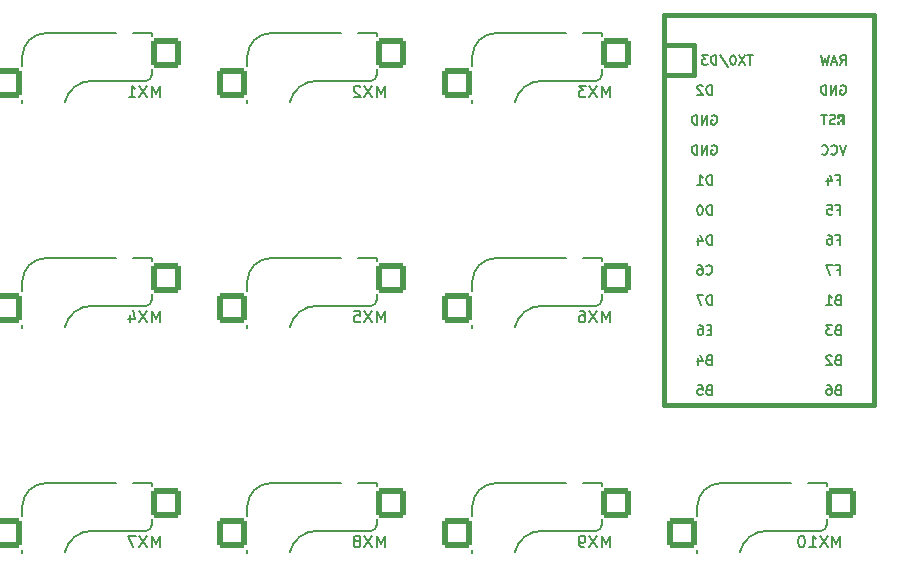
<source format=gbo>
%TF.GenerationSoftware,KiCad,Pcbnew,7.0.5*%
%TF.CreationDate,2023-06-14T14:40:25+08:00*%
%TF.ProjectId,Macropad,4d616372-6f70-4616-942e-6b696361645f,rev?*%
%TF.SameCoordinates,Original*%
%TF.FileFunction,Legend,Bot*%
%TF.FilePolarity,Positive*%
%FSLAX46Y46*%
G04 Gerber Fmt 4.6, Leading zero omitted, Abs format (unit mm)*
G04 Created by KiCad (PCBNEW 7.0.5) date 2023-06-14 14:40:25*
%MOMM*%
%LPD*%
G01*
G04 APERTURE LIST*
G04 Aperture macros list*
%AMRoundRect*
0 Rectangle with rounded corners*
0 $1 Rounding radius*
0 $2 $3 $4 $5 $6 $7 $8 $9 X,Y pos of 4 corners*
0 Add a 4 corners polygon primitive as box body*
4,1,4,$2,$3,$4,$5,$6,$7,$8,$9,$2,$3,0*
0 Add four circle primitives for the rounded corners*
1,1,$1+$1,$2,$3*
1,1,$1+$1,$4,$5*
1,1,$1+$1,$6,$7*
1,1,$1+$1,$8,$9*
0 Add four rect primitives between the rounded corners*
20,1,$1+$1,$2,$3,$4,$5,0*
20,1,$1+$1,$4,$5,$6,$7,0*
20,1,$1+$1,$6,$7,$8,$9,0*
20,1,$1+$1,$8,$9,$2,$3,0*%
G04 Aperture macros list end*
%ADD10C,0.150000*%
%ADD11C,0.381000*%
%ADD12R,1.752600X1.752600*%
%ADD13C,1.752600*%
%ADD14C,1.750000*%
%ADD15C,3.987800*%
%ADD16C,3.300000*%
%ADD17RoundRect,0.250000X1.025000X1.000000X-1.025000X1.000000X-1.025000X-1.000000X1.025000X-1.000000X0*%
G04 APERTURE END LIST*
D10*
%TO.C,U1*%
X231438380Y-61004795D02*
X231705047Y-60623842D01*
X231895523Y-61004795D02*
X231895523Y-60204795D01*
X231895523Y-60204795D02*
X231590761Y-60204795D01*
X231590761Y-60204795D02*
X231514571Y-60242890D01*
X231514571Y-60242890D02*
X231476476Y-60280985D01*
X231476476Y-60280985D02*
X231438380Y-60357176D01*
X231438380Y-60357176D02*
X231438380Y-60471461D01*
X231438380Y-60471461D02*
X231476476Y-60547652D01*
X231476476Y-60547652D02*
X231514571Y-60585747D01*
X231514571Y-60585747D02*
X231590761Y-60623842D01*
X231590761Y-60623842D02*
X231895523Y-60623842D01*
X231133619Y-60776223D02*
X230752666Y-60776223D01*
X231209809Y-61004795D02*
X230943142Y-60204795D01*
X230943142Y-60204795D02*
X230676476Y-61004795D01*
X230486000Y-60204795D02*
X230295524Y-61004795D01*
X230295524Y-61004795D02*
X230143143Y-60433366D01*
X230143143Y-60433366D02*
X229990762Y-61004795D01*
X229990762Y-61004795D02*
X229800286Y-60204795D01*
X220554475Y-63544795D02*
X220554475Y-62744795D01*
X220554475Y-62744795D02*
X220363999Y-62744795D01*
X220363999Y-62744795D02*
X220249713Y-62782890D01*
X220249713Y-62782890D02*
X220173523Y-62859080D01*
X220173523Y-62859080D02*
X220135428Y-62935271D01*
X220135428Y-62935271D02*
X220097332Y-63087652D01*
X220097332Y-63087652D02*
X220097332Y-63201938D01*
X220097332Y-63201938D02*
X220135428Y-63354319D01*
X220135428Y-63354319D02*
X220173523Y-63430509D01*
X220173523Y-63430509D02*
X220249713Y-63506700D01*
X220249713Y-63506700D02*
X220363999Y-63544795D01*
X220363999Y-63544795D02*
X220554475Y-63544795D01*
X219792571Y-62820985D02*
X219754475Y-62782890D01*
X219754475Y-62782890D02*
X219678285Y-62744795D01*
X219678285Y-62744795D02*
X219487809Y-62744795D01*
X219487809Y-62744795D02*
X219411618Y-62782890D01*
X219411618Y-62782890D02*
X219373523Y-62820985D01*
X219373523Y-62820985D02*
X219335428Y-62897176D01*
X219335428Y-62897176D02*
X219335428Y-62973366D01*
X219335428Y-62973366D02*
X219373523Y-63087652D01*
X219373523Y-63087652D02*
X219830666Y-63544795D01*
X219830666Y-63544795D02*
X219335428Y-63544795D01*
X231952666Y-67824795D02*
X231685999Y-68624795D01*
X231685999Y-68624795D02*
X231419333Y-67824795D01*
X230695523Y-68548604D02*
X230733619Y-68586700D01*
X230733619Y-68586700D02*
X230847904Y-68624795D01*
X230847904Y-68624795D02*
X230924095Y-68624795D01*
X230924095Y-68624795D02*
X231038381Y-68586700D01*
X231038381Y-68586700D02*
X231114571Y-68510509D01*
X231114571Y-68510509D02*
X231152666Y-68434319D01*
X231152666Y-68434319D02*
X231190762Y-68281938D01*
X231190762Y-68281938D02*
X231190762Y-68167652D01*
X231190762Y-68167652D02*
X231152666Y-68015271D01*
X231152666Y-68015271D02*
X231114571Y-67939080D01*
X231114571Y-67939080D02*
X231038381Y-67862890D01*
X231038381Y-67862890D02*
X230924095Y-67824795D01*
X230924095Y-67824795D02*
X230847904Y-67824795D01*
X230847904Y-67824795D02*
X230733619Y-67862890D01*
X230733619Y-67862890D02*
X230695523Y-67900985D01*
X229895523Y-68548604D02*
X229933619Y-68586700D01*
X229933619Y-68586700D02*
X230047904Y-68624795D01*
X230047904Y-68624795D02*
X230124095Y-68624795D01*
X230124095Y-68624795D02*
X230238381Y-68586700D01*
X230238381Y-68586700D02*
X230314571Y-68510509D01*
X230314571Y-68510509D02*
X230352666Y-68434319D01*
X230352666Y-68434319D02*
X230390762Y-68281938D01*
X230390762Y-68281938D02*
X230390762Y-68167652D01*
X230390762Y-68167652D02*
X230352666Y-68015271D01*
X230352666Y-68015271D02*
X230314571Y-67939080D01*
X230314571Y-67939080D02*
X230238381Y-67862890D01*
X230238381Y-67862890D02*
X230124095Y-67824795D01*
X230124095Y-67824795D02*
X230047904Y-67824795D01*
X230047904Y-67824795D02*
X229933619Y-67862890D01*
X229933619Y-67862890D02*
X229895523Y-67900985D01*
X231209809Y-88525747D02*
X231095523Y-88563842D01*
X231095523Y-88563842D02*
X231057428Y-88601938D01*
X231057428Y-88601938D02*
X231019332Y-88678128D01*
X231019332Y-88678128D02*
X231019332Y-88792414D01*
X231019332Y-88792414D02*
X231057428Y-88868604D01*
X231057428Y-88868604D02*
X231095523Y-88906700D01*
X231095523Y-88906700D02*
X231171713Y-88944795D01*
X231171713Y-88944795D02*
X231476475Y-88944795D01*
X231476475Y-88944795D02*
X231476475Y-88144795D01*
X231476475Y-88144795D02*
X231209809Y-88144795D01*
X231209809Y-88144795D02*
X231133618Y-88182890D01*
X231133618Y-88182890D02*
X231095523Y-88220985D01*
X231095523Y-88220985D02*
X231057428Y-88297176D01*
X231057428Y-88297176D02*
X231057428Y-88373366D01*
X231057428Y-88373366D02*
X231095523Y-88449557D01*
X231095523Y-88449557D02*
X231133618Y-88487652D01*
X231133618Y-88487652D02*
X231209809Y-88525747D01*
X231209809Y-88525747D02*
X231476475Y-88525747D01*
X230333618Y-88144795D02*
X230485999Y-88144795D01*
X230485999Y-88144795D02*
X230562190Y-88182890D01*
X230562190Y-88182890D02*
X230600285Y-88220985D01*
X230600285Y-88220985D02*
X230676475Y-88335271D01*
X230676475Y-88335271D02*
X230714571Y-88487652D01*
X230714571Y-88487652D02*
X230714571Y-88792414D01*
X230714571Y-88792414D02*
X230676475Y-88868604D01*
X230676475Y-88868604D02*
X230638380Y-88906700D01*
X230638380Y-88906700D02*
X230562190Y-88944795D01*
X230562190Y-88944795D02*
X230409809Y-88944795D01*
X230409809Y-88944795D02*
X230333618Y-88906700D01*
X230333618Y-88906700D02*
X230295523Y-88868604D01*
X230295523Y-88868604D02*
X230257428Y-88792414D01*
X230257428Y-88792414D02*
X230257428Y-88601938D01*
X230257428Y-88601938D02*
X230295523Y-88525747D01*
X230295523Y-88525747D02*
X230333618Y-88487652D01*
X230333618Y-88487652D02*
X230409809Y-88449557D01*
X230409809Y-88449557D02*
X230562190Y-88449557D01*
X230562190Y-88449557D02*
X230638380Y-88487652D01*
X230638380Y-88487652D02*
X230676475Y-88525747D01*
X230676475Y-88525747D02*
X230714571Y-88601938D01*
X220573523Y-65322890D02*
X220649713Y-65284795D01*
X220649713Y-65284795D02*
X220763999Y-65284795D01*
X220763999Y-65284795D02*
X220878285Y-65322890D01*
X220878285Y-65322890D02*
X220954475Y-65399080D01*
X220954475Y-65399080D02*
X220992570Y-65475271D01*
X220992570Y-65475271D02*
X221030666Y-65627652D01*
X221030666Y-65627652D02*
X221030666Y-65741938D01*
X221030666Y-65741938D02*
X220992570Y-65894319D01*
X220992570Y-65894319D02*
X220954475Y-65970509D01*
X220954475Y-65970509D02*
X220878285Y-66046700D01*
X220878285Y-66046700D02*
X220763999Y-66084795D01*
X220763999Y-66084795D02*
X220687808Y-66084795D01*
X220687808Y-66084795D02*
X220573523Y-66046700D01*
X220573523Y-66046700D02*
X220535427Y-66008604D01*
X220535427Y-66008604D02*
X220535427Y-65741938D01*
X220535427Y-65741938D02*
X220687808Y-65741938D01*
X220192570Y-66084795D02*
X220192570Y-65284795D01*
X220192570Y-65284795D02*
X219735427Y-66084795D01*
X219735427Y-66084795D02*
X219735427Y-65284795D01*
X219354475Y-66084795D02*
X219354475Y-65284795D01*
X219354475Y-65284795D02*
X219163999Y-65284795D01*
X219163999Y-65284795D02*
X219049713Y-65322890D01*
X219049713Y-65322890D02*
X218973523Y-65399080D01*
X218973523Y-65399080D02*
X218935428Y-65475271D01*
X218935428Y-65475271D02*
X218897332Y-65627652D01*
X218897332Y-65627652D02*
X218897332Y-65741938D01*
X218897332Y-65741938D02*
X218935428Y-65894319D01*
X218935428Y-65894319D02*
X218973523Y-65970509D01*
X218973523Y-65970509D02*
X219049713Y-66046700D01*
X219049713Y-66046700D02*
X219163999Y-66084795D01*
X219163999Y-66084795D02*
X219354475Y-66084795D01*
X220573523Y-67862890D02*
X220649713Y-67824795D01*
X220649713Y-67824795D02*
X220763999Y-67824795D01*
X220763999Y-67824795D02*
X220878285Y-67862890D01*
X220878285Y-67862890D02*
X220954475Y-67939080D01*
X220954475Y-67939080D02*
X220992570Y-68015271D01*
X220992570Y-68015271D02*
X221030666Y-68167652D01*
X221030666Y-68167652D02*
X221030666Y-68281938D01*
X221030666Y-68281938D02*
X220992570Y-68434319D01*
X220992570Y-68434319D02*
X220954475Y-68510509D01*
X220954475Y-68510509D02*
X220878285Y-68586700D01*
X220878285Y-68586700D02*
X220763999Y-68624795D01*
X220763999Y-68624795D02*
X220687808Y-68624795D01*
X220687808Y-68624795D02*
X220573523Y-68586700D01*
X220573523Y-68586700D02*
X220535427Y-68548604D01*
X220535427Y-68548604D02*
X220535427Y-68281938D01*
X220535427Y-68281938D02*
X220687808Y-68281938D01*
X220192570Y-68624795D02*
X220192570Y-67824795D01*
X220192570Y-67824795D02*
X219735427Y-68624795D01*
X219735427Y-68624795D02*
X219735427Y-67824795D01*
X219354475Y-68624795D02*
X219354475Y-67824795D01*
X219354475Y-67824795D02*
X219163999Y-67824795D01*
X219163999Y-67824795D02*
X219049713Y-67862890D01*
X219049713Y-67862890D02*
X218973523Y-67939080D01*
X218973523Y-67939080D02*
X218935428Y-68015271D01*
X218935428Y-68015271D02*
X218897332Y-68167652D01*
X218897332Y-68167652D02*
X218897332Y-68281938D01*
X218897332Y-68281938D02*
X218935428Y-68434319D01*
X218935428Y-68434319D02*
X218973523Y-68510509D01*
X218973523Y-68510509D02*
X219049713Y-68586700D01*
X219049713Y-68586700D02*
X219163999Y-68624795D01*
X219163999Y-68624795D02*
X219354475Y-68624795D01*
X224043604Y-60204795D02*
X223586461Y-60204795D01*
X223815033Y-61004795D02*
X223815033Y-60204795D01*
X223395985Y-60204795D02*
X222862651Y-61004795D01*
X222862651Y-60204795D02*
X223395985Y-61004795D01*
X222405508Y-60204795D02*
X222329318Y-60204795D01*
X222329318Y-60204795D02*
X222253127Y-60242890D01*
X222253127Y-60242890D02*
X222215032Y-60280985D01*
X222215032Y-60280985D02*
X222176937Y-60357176D01*
X222176937Y-60357176D02*
X222138842Y-60509557D01*
X222138842Y-60509557D02*
X222138842Y-60700033D01*
X222138842Y-60700033D02*
X222176937Y-60852414D01*
X222176937Y-60852414D02*
X222215032Y-60928604D01*
X222215032Y-60928604D02*
X222253127Y-60966700D01*
X222253127Y-60966700D02*
X222329318Y-61004795D01*
X222329318Y-61004795D02*
X222405508Y-61004795D01*
X222405508Y-61004795D02*
X222481699Y-60966700D01*
X222481699Y-60966700D02*
X222519794Y-60928604D01*
X222519794Y-60928604D02*
X222557889Y-60852414D01*
X222557889Y-60852414D02*
X222595985Y-60700033D01*
X222595985Y-60700033D02*
X222595985Y-60509557D01*
X222595985Y-60509557D02*
X222557889Y-60357176D01*
X222557889Y-60357176D02*
X222519794Y-60280985D01*
X222519794Y-60280985D02*
X222481699Y-60242890D01*
X222481699Y-60242890D02*
X222405508Y-60204795D01*
X221224556Y-60166700D02*
X221910270Y-61195271D01*
X220957889Y-61004795D02*
X220957889Y-60204795D01*
X220957889Y-60204795D02*
X220767413Y-60204795D01*
X220767413Y-60204795D02*
X220653127Y-60242890D01*
X220653127Y-60242890D02*
X220576937Y-60319080D01*
X220576937Y-60319080D02*
X220538842Y-60395271D01*
X220538842Y-60395271D02*
X220500746Y-60547652D01*
X220500746Y-60547652D02*
X220500746Y-60661938D01*
X220500746Y-60661938D02*
X220538842Y-60814319D01*
X220538842Y-60814319D02*
X220576937Y-60890509D01*
X220576937Y-60890509D02*
X220653127Y-60966700D01*
X220653127Y-60966700D02*
X220767413Y-61004795D01*
X220767413Y-61004795D02*
X220957889Y-61004795D01*
X220234080Y-60204795D02*
X219738842Y-60204795D01*
X219738842Y-60204795D02*
X220005508Y-60509557D01*
X220005508Y-60509557D02*
X219891223Y-60509557D01*
X219891223Y-60509557D02*
X219815032Y-60547652D01*
X219815032Y-60547652D02*
X219776937Y-60585747D01*
X219776937Y-60585747D02*
X219738842Y-60661938D01*
X219738842Y-60661938D02*
X219738842Y-60852414D01*
X219738842Y-60852414D02*
X219776937Y-60928604D01*
X219776937Y-60928604D02*
X219815032Y-60966700D01*
X219815032Y-60966700D02*
X219891223Y-61004795D01*
X219891223Y-61004795D02*
X220119794Y-61004795D01*
X220119794Y-61004795D02*
X220195985Y-60966700D01*
X220195985Y-60966700D02*
X220234080Y-60928604D01*
X220554475Y-76244795D02*
X220554475Y-75444795D01*
X220554475Y-75444795D02*
X220363999Y-75444795D01*
X220363999Y-75444795D02*
X220249713Y-75482890D01*
X220249713Y-75482890D02*
X220173523Y-75559080D01*
X220173523Y-75559080D02*
X220135428Y-75635271D01*
X220135428Y-75635271D02*
X220097332Y-75787652D01*
X220097332Y-75787652D02*
X220097332Y-75901938D01*
X220097332Y-75901938D02*
X220135428Y-76054319D01*
X220135428Y-76054319D02*
X220173523Y-76130509D01*
X220173523Y-76130509D02*
X220249713Y-76206700D01*
X220249713Y-76206700D02*
X220363999Y-76244795D01*
X220363999Y-76244795D02*
X220554475Y-76244795D01*
X219411618Y-75711461D02*
X219411618Y-76244795D01*
X219602094Y-75406700D02*
X219792571Y-75978128D01*
X219792571Y-75978128D02*
X219297332Y-75978128D01*
X231152666Y-70745747D02*
X231419332Y-70745747D01*
X231419332Y-71164795D02*
X231419332Y-70364795D01*
X231419332Y-70364795D02*
X231038380Y-70364795D01*
X230390761Y-70631461D02*
X230390761Y-71164795D01*
X230581237Y-70326700D02*
X230771714Y-70898128D01*
X230771714Y-70898128D02*
X230276475Y-70898128D01*
X230998333Y-66026700D02*
X230884047Y-66064795D01*
X230884047Y-66064795D02*
X230693571Y-66064795D01*
X230693571Y-66064795D02*
X230617380Y-66026700D01*
X230617380Y-66026700D02*
X230579285Y-65988604D01*
X230579285Y-65988604D02*
X230541190Y-65912414D01*
X230541190Y-65912414D02*
X230541190Y-65836223D01*
X230541190Y-65836223D02*
X230579285Y-65760033D01*
X230579285Y-65760033D02*
X230617380Y-65721938D01*
X230617380Y-65721938D02*
X230693571Y-65683842D01*
X230693571Y-65683842D02*
X230845952Y-65645747D01*
X230845952Y-65645747D02*
X230922142Y-65607652D01*
X230922142Y-65607652D02*
X230960237Y-65569557D01*
X230960237Y-65569557D02*
X230998333Y-65493366D01*
X230998333Y-65493366D02*
X230998333Y-65417176D01*
X230998333Y-65417176D02*
X230960237Y-65340985D01*
X230960237Y-65340985D02*
X230922142Y-65302890D01*
X230922142Y-65302890D02*
X230845952Y-65264795D01*
X230845952Y-65264795D02*
X230655475Y-65264795D01*
X230655475Y-65264795D02*
X230541190Y-65302890D01*
X230312618Y-65264795D02*
X229855475Y-65264795D01*
X230084047Y-66064795D02*
X230084047Y-65264795D01*
X231209809Y-83445747D02*
X231095523Y-83483842D01*
X231095523Y-83483842D02*
X231057428Y-83521938D01*
X231057428Y-83521938D02*
X231019332Y-83598128D01*
X231019332Y-83598128D02*
X231019332Y-83712414D01*
X231019332Y-83712414D02*
X231057428Y-83788604D01*
X231057428Y-83788604D02*
X231095523Y-83826700D01*
X231095523Y-83826700D02*
X231171713Y-83864795D01*
X231171713Y-83864795D02*
X231476475Y-83864795D01*
X231476475Y-83864795D02*
X231476475Y-83064795D01*
X231476475Y-83064795D02*
X231209809Y-83064795D01*
X231209809Y-83064795D02*
X231133618Y-83102890D01*
X231133618Y-83102890D02*
X231095523Y-83140985D01*
X231095523Y-83140985D02*
X231057428Y-83217176D01*
X231057428Y-83217176D02*
X231057428Y-83293366D01*
X231057428Y-83293366D02*
X231095523Y-83369557D01*
X231095523Y-83369557D02*
X231133618Y-83407652D01*
X231133618Y-83407652D02*
X231209809Y-83445747D01*
X231209809Y-83445747D02*
X231476475Y-83445747D01*
X230752666Y-83064795D02*
X230257428Y-83064795D01*
X230257428Y-83064795D02*
X230524094Y-83369557D01*
X230524094Y-83369557D02*
X230409809Y-83369557D01*
X230409809Y-83369557D02*
X230333618Y-83407652D01*
X230333618Y-83407652D02*
X230295523Y-83445747D01*
X230295523Y-83445747D02*
X230257428Y-83521938D01*
X230257428Y-83521938D02*
X230257428Y-83712414D01*
X230257428Y-83712414D02*
X230295523Y-83788604D01*
X230295523Y-83788604D02*
X230333618Y-83826700D01*
X230333618Y-83826700D02*
X230409809Y-83864795D01*
X230409809Y-83864795D02*
X230638380Y-83864795D01*
X230638380Y-83864795D02*
X230714571Y-83826700D01*
X230714571Y-83826700D02*
X230752666Y-83788604D01*
X231152666Y-75825747D02*
X231419332Y-75825747D01*
X231419332Y-76244795D02*
X231419332Y-75444795D01*
X231419332Y-75444795D02*
X231038380Y-75444795D01*
X230390761Y-75444795D02*
X230543142Y-75444795D01*
X230543142Y-75444795D02*
X230619333Y-75482890D01*
X230619333Y-75482890D02*
X230657428Y-75520985D01*
X230657428Y-75520985D02*
X230733618Y-75635271D01*
X230733618Y-75635271D02*
X230771714Y-75787652D01*
X230771714Y-75787652D02*
X230771714Y-76092414D01*
X230771714Y-76092414D02*
X230733618Y-76168604D01*
X230733618Y-76168604D02*
X230695523Y-76206700D01*
X230695523Y-76206700D02*
X230619333Y-76244795D01*
X230619333Y-76244795D02*
X230466952Y-76244795D01*
X230466952Y-76244795D02*
X230390761Y-76206700D01*
X230390761Y-76206700D02*
X230352666Y-76168604D01*
X230352666Y-76168604D02*
X230314571Y-76092414D01*
X230314571Y-76092414D02*
X230314571Y-75901938D01*
X230314571Y-75901938D02*
X230352666Y-75825747D01*
X230352666Y-75825747D02*
X230390761Y-75787652D01*
X230390761Y-75787652D02*
X230466952Y-75749557D01*
X230466952Y-75749557D02*
X230619333Y-75749557D01*
X230619333Y-75749557D02*
X230695523Y-75787652D01*
X230695523Y-75787652D02*
X230733618Y-75825747D01*
X230733618Y-75825747D02*
X230771714Y-75901938D01*
X220516380Y-83445747D02*
X220249714Y-83445747D01*
X220135428Y-83864795D02*
X220516380Y-83864795D01*
X220516380Y-83864795D02*
X220516380Y-83064795D01*
X220516380Y-83064795D02*
X220135428Y-83064795D01*
X219449713Y-83064795D02*
X219602094Y-83064795D01*
X219602094Y-83064795D02*
X219678285Y-83102890D01*
X219678285Y-83102890D02*
X219716380Y-83140985D01*
X219716380Y-83140985D02*
X219792570Y-83255271D01*
X219792570Y-83255271D02*
X219830666Y-83407652D01*
X219830666Y-83407652D02*
X219830666Y-83712414D01*
X219830666Y-83712414D02*
X219792570Y-83788604D01*
X219792570Y-83788604D02*
X219754475Y-83826700D01*
X219754475Y-83826700D02*
X219678285Y-83864795D01*
X219678285Y-83864795D02*
X219525904Y-83864795D01*
X219525904Y-83864795D02*
X219449713Y-83826700D01*
X219449713Y-83826700D02*
X219411618Y-83788604D01*
X219411618Y-83788604D02*
X219373523Y-83712414D01*
X219373523Y-83712414D02*
X219373523Y-83521938D01*
X219373523Y-83521938D02*
X219411618Y-83445747D01*
X219411618Y-83445747D02*
X219449713Y-83407652D01*
X219449713Y-83407652D02*
X219525904Y-83369557D01*
X219525904Y-83369557D02*
X219678285Y-83369557D01*
X219678285Y-83369557D02*
X219754475Y-83407652D01*
X219754475Y-83407652D02*
X219792570Y-83445747D01*
X219792570Y-83445747D02*
X219830666Y-83521938D01*
X231495523Y-62782890D02*
X231571713Y-62744795D01*
X231571713Y-62744795D02*
X231685999Y-62744795D01*
X231685999Y-62744795D02*
X231800285Y-62782890D01*
X231800285Y-62782890D02*
X231876475Y-62859080D01*
X231876475Y-62859080D02*
X231914570Y-62935271D01*
X231914570Y-62935271D02*
X231952666Y-63087652D01*
X231952666Y-63087652D02*
X231952666Y-63201938D01*
X231952666Y-63201938D02*
X231914570Y-63354319D01*
X231914570Y-63354319D02*
X231876475Y-63430509D01*
X231876475Y-63430509D02*
X231800285Y-63506700D01*
X231800285Y-63506700D02*
X231685999Y-63544795D01*
X231685999Y-63544795D02*
X231609808Y-63544795D01*
X231609808Y-63544795D02*
X231495523Y-63506700D01*
X231495523Y-63506700D02*
X231457427Y-63468604D01*
X231457427Y-63468604D02*
X231457427Y-63201938D01*
X231457427Y-63201938D02*
X231609808Y-63201938D01*
X231114570Y-63544795D02*
X231114570Y-62744795D01*
X231114570Y-62744795D02*
X230657427Y-63544795D01*
X230657427Y-63544795D02*
X230657427Y-62744795D01*
X230276475Y-63544795D02*
X230276475Y-62744795D01*
X230276475Y-62744795D02*
X230085999Y-62744795D01*
X230085999Y-62744795D02*
X229971713Y-62782890D01*
X229971713Y-62782890D02*
X229895523Y-62859080D01*
X229895523Y-62859080D02*
X229857428Y-62935271D01*
X229857428Y-62935271D02*
X229819332Y-63087652D01*
X229819332Y-63087652D02*
X229819332Y-63201938D01*
X229819332Y-63201938D02*
X229857428Y-63354319D01*
X229857428Y-63354319D02*
X229895523Y-63430509D01*
X229895523Y-63430509D02*
X229971713Y-63506700D01*
X229971713Y-63506700D02*
X230085999Y-63544795D01*
X230085999Y-63544795D02*
X230276475Y-63544795D01*
X231152666Y-73285747D02*
X231419332Y-73285747D01*
X231419332Y-73704795D02*
X231419332Y-72904795D01*
X231419332Y-72904795D02*
X231038380Y-72904795D01*
X230352666Y-72904795D02*
X230733618Y-72904795D01*
X230733618Y-72904795D02*
X230771714Y-73285747D01*
X230771714Y-73285747D02*
X230733618Y-73247652D01*
X230733618Y-73247652D02*
X230657428Y-73209557D01*
X230657428Y-73209557D02*
X230466952Y-73209557D01*
X230466952Y-73209557D02*
X230390761Y-73247652D01*
X230390761Y-73247652D02*
X230352666Y-73285747D01*
X230352666Y-73285747D02*
X230314571Y-73361938D01*
X230314571Y-73361938D02*
X230314571Y-73552414D01*
X230314571Y-73552414D02*
X230352666Y-73628604D01*
X230352666Y-73628604D02*
X230390761Y-73666700D01*
X230390761Y-73666700D02*
X230466952Y-73704795D01*
X230466952Y-73704795D02*
X230657428Y-73704795D01*
X230657428Y-73704795D02*
X230733618Y-73666700D01*
X230733618Y-73666700D02*
X230771714Y-73628604D01*
X220554475Y-73704795D02*
X220554475Y-72904795D01*
X220554475Y-72904795D02*
X220363999Y-72904795D01*
X220363999Y-72904795D02*
X220249713Y-72942890D01*
X220249713Y-72942890D02*
X220173523Y-73019080D01*
X220173523Y-73019080D02*
X220135428Y-73095271D01*
X220135428Y-73095271D02*
X220097332Y-73247652D01*
X220097332Y-73247652D02*
X220097332Y-73361938D01*
X220097332Y-73361938D02*
X220135428Y-73514319D01*
X220135428Y-73514319D02*
X220173523Y-73590509D01*
X220173523Y-73590509D02*
X220249713Y-73666700D01*
X220249713Y-73666700D02*
X220363999Y-73704795D01*
X220363999Y-73704795D02*
X220554475Y-73704795D01*
X219602094Y-72904795D02*
X219525904Y-72904795D01*
X219525904Y-72904795D02*
X219449713Y-72942890D01*
X219449713Y-72942890D02*
X219411618Y-72980985D01*
X219411618Y-72980985D02*
X219373523Y-73057176D01*
X219373523Y-73057176D02*
X219335428Y-73209557D01*
X219335428Y-73209557D02*
X219335428Y-73400033D01*
X219335428Y-73400033D02*
X219373523Y-73552414D01*
X219373523Y-73552414D02*
X219411618Y-73628604D01*
X219411618Y-73628604D02*
X219449713Y-73666700D01*
X219449713Y-73666700D02*
X219525904Y-73704795D01*
X219525904Y-73704795D02*
X219602094Y-73704795D01*
X219602094Y-73704795D02*
X219678285Y-73666700D01*
X219678285Y-73666700D02*
X219716380Y-73628604D01*
X219716380Y-73628604D02*
X219754475Y-73552414D01*
X219754475Y-73552414D02*
X219792571Y-73400033D01*
X219792571Y-73400033D02*
X219792571Y-73209557D01*
X219792571Y-73209557D02*
X219754475Y-73057176D01*
X219754475Y-73057176D02*
X219716380Y-72980985D01*
X219716380Y-72980985D02*
X219678285Y-72942890D01*
X219678285Y-72942890D02*
X219602094Y-72904795D01*
X220287809Y-85985747D02*
X220173523Y-86023842D01*
X220173523Y-86023842D02*
X220135428Y-86061938D01*
X220135428Y-86061938D02*
X220097332Y-86138128D01*
X220097332Y-86138128D02*
X220097332Y-86252414D01*
X220097332Y-86252414D02*
X220135428Y-86328604D01*
X220135428Y-86328604D02*
X220173523Y-86366700D01*
X220173523Y-86366700D02*
X220249713Y-86404795D01*
X220249713Y-86404795D02*
X220554475Y-86404795D01*
X220554475Y-86404795D02*
X220554475Y-85604795D01*
X220554475Y-85604795D02*
X220287809Y-85604795D01*
X220287809Y-85604795D02*
X220211618Y-85642890D01*
X220211618Y-85642890D02*
X220173523Y-85680985D01*
X220173523Y-85680985D02*
X220135428Y-85757176D01*
X220135428Y-85757176D02*
X220135428Y-85833366D01*
X220135428Y-85833366D02*
X220173523Y-85909557D01*
X220173523Y-85909557D02*
X220211618Y-85947652D01*
X220211618Y-85947652D02*
X220287809Y-85985747D01*
X220287809Y-85985747D02*
X220554475Y-85985747D01*
X219411618Y-85871461D02*
X219411618Y-86404795D01*
X219602094Y-85566700D02*
X219792571Y-86138128D01*
X219792571Y-86138128D02*
X219297332Y-86138128D01*
X231209809Y-85985747D02*
X231095523Y-86023842D01*
X231095523Y-86023842D02*
X231057428Y-86061938D01*
X231057428Y-86061938D02*
X231019332Y-86138128D01*
X231019332Y-86138128D02*
X231019332Y-86252414D01*
X231019332Y-86252414D02*
X231057428Y-86328604D01*
X231057428Y-86328604D02*
X231095523Y-86366700D01*
X231095523Y-86366700D02*
X231171713Y-86404795D01*
X231171713Y-86404795D02*
X231476475Y-86404795D01*
X231476475Y-86404795D02*
X231476475Y-85604795D01*
X231476475Y-85604795D02*
X231209809Y-85604795D01*
X231209809Y-85604795D02*
X231133618Y-85642890D01*
X231133618Y-85642890D02*
X231095523Y-85680985D01*
X231095523Y-85680985D02*
X231057428Y-85757176D01*
X231057428Y-85757176D02*
X231057428Y-85833366D01*
X231057428Y-85833366D02*
X231095523Y-85909557D01*
X231095523Y-85909557D02*
X231133618Y-85947652D01*
X231133618Y-85947652D02*
X231209809Y-85985747D01*
X231209809Y-85985747D02*
X231476475Y-85985747D01*
X230714571Y-85680985D02*
X230676475Y-85642890D01*
X230676475Y-85642890D02*
X230600285Y-85604795D01*
X230600285Y-85604795D02*
X230409809Y-85604795D01*
X230409809Y-85604795D02*
X230333618Y-85642890D01*
X230333618Y-85642890D02*
X230295523Y-85680985D01*
X230295523Y-85680985D02*
X230257428Y-85757176D01*
X230257428Y-85757176D02*
X230257428Y-85833366D01*
X230257428Y-85833366D02*
X230295523Y-85947652D01*
X230295523Y-85947652D02*
X230752666Y-86404795D01*
X230752666Y-86404795D02*
X230257428Y-86404795D01*
X220554475Y-71164795D02*
X220554475Y-70364795D01*
X220554475Y-70364795D02*
X220363999Y-70364795D01*
X220363999Y-70364795D02*
X220249713Y-70402890D01*
X220249713Y-70402890D02*
X220173523Y-70479080D01*
X220173523Y-70479080D02*
X220135428Y-70555271D01*
X220135428Y-70555271D02*
X220097332Y-70707652D01*
X220097332Y-70707652D02*
X220097332Y-70821938D01*
X220097332Y-70821938D02*
X220135428Y-70974319D01*
X220135428Y-70974319D02*
X220173523Y-71050509D01*
X220173523Y-71050509D02*
X220249713Y-71126700D01*
X220249713Y-71126700D02*
X220363999Y-71164795D01*
X220363999Y-71164795D02*
X220554475Y-71164795D01*
X219335428Y-71164795D02*
X219792571Y-71164795D01*
X219563999Y-71164795D02*
X219563999Y-70364795D01*
X219563999Y-70364795D02*
X219640190Y-70479080D01*
X219640190Y-70479080D02*
X219716380Y-70555271D01*
X219716380Y-70555271D02*
X219792571Y-70593366D01*
X231209809Y-80905747D02*
X231095523Y-80943842D01*
X231095523Y-80943842D02*
X231057428Y-80981938D01*
X231057428Y-80981938D02*
X231019332Y-81058128D01*
X231019332Y-81058128D02*
X231019332Y-81172414D01*
X231019332Y-81172414D02*
X231057428Y-81248604D01*
X231057428Y-81248604D02*
X231095523Y-81286700D01*
X231095523Y-81286700D02*
X231171713Y-81324795D01*
X231171713Y-81324795D02*
X231476475Y-81324795D01*
X231476475Y-81324795D02*
X231476475Y-80524795D01*
X231476475Y-80524795D02*
X231209809Y-80524795D01*
X231209809Y-80524795D02*
X231133618Y-80562890D01*
X231133618Y-80562890D02*
X231095523Y-80600985D01*
X231095523Y-80600985D02*
X231057428Y-80677176D01*
X231057428Y-80677176D02*
X231057428Y-80753366D01*
X231057428Y-80753366D02*
X231095523Y-80829557D01*
X231095523Y-80829557D02*
X231133618Y-80867652D01*
X231133618Y-80867652D02*
X231209809Y-80905747D01*
X231209809Y-80905747D02*
X231476475Y-80905747D01*
X230257428Y-81324795D02*
X230714571Y-81324795D01*
X230485999Y-81324795D02*
X230485999Y-80524795D01*
X230485999Y-80524795D02*
X230562190Y-80639080D01*
X230562190Y-80639080D02*
X230638380Y-80715271D01*
X230638380Y-80715271D02*
X230714571Y-80753366D01*
X220097332Y-78708604D02*
X220135428Y-78746700D01*
X220135428Y-78746700D02*
X220249713Y-78784795D01*
X220249713Y-78784795D02*
X220325904Y-78784795D01*
X220325904Y-78784795D02*
X220440190Y-78746700D01*
X220440190Y-78746700D02*
X220516380Y-78670509D01*
X220516380Y-78670509D02*
X220554475Y-78594319D01*
X220554475Y-78594319D02*
X220592571Y-78441938D01*
X220592571Y-78441938D02*
X220592571Y-78327652D01*
X220592571Y-78327652D02*
X220554475Y-78175271D01*
X220554475Y-78175271D02*
X220516380Y-78099080D01*
X220516380Y-78099080D02*
X220440190Y-78022890D01*
X220440190Y-78022890D02*
X220325904Y-77984795D01*
X220325904Y-77984795D02*
X220249713Y-77984795D01*
X220249713Y-77984795D02*
X220135428Y-78022890D01*
X220135428Y-78022890D02*
X220097332Y-78060985D01*
X219411618Y-77984795D02*
X219563999Y-77984795D01*
X219563999Y-77984795D02*
X219640190Y-78022890D01*
X219640190Y-78022890D02*
X219678285Y-78060985D01*
X219678285Y-78060985D02*
X219754475Y-78175271D01*
X219754475Y-78175271D02*
X219792571Y-78327652D01*
X219792571Y-78327652D02*
X219792571Y-78632414D01*
X219792571Y-78632414D02*
X219754475Y-78708604D01*
X219754475Y-78708604D02*
X219716380Y-78746700D01*
X219716380Y-78746700D02*
X219640190Y-78784795D01*
X219640190Y-78784795D02*
X219487809Y-78784795D01*
X219487809Y-78784795D02*
X219411618Y-78746700D01*
X219411618Y-78746700D02*
X219373523Y-78708604D01*
X219373523Y-78708604D02*
X219335428Y-78632414D01*
X219335428Y-78632414D02*
X219335428Y-78441938D01*
X219335428Y-78441938D02*
X219373523Y-78365747D01*
X219373523Y-78365747D02*
X219411618Y-78327652D01*
X219411618Y-78327652D02*
X219487809Y-78289557D01*
X219487809Y-78289557D02*
X219640190Y-78289557D01*
X219640190Y-78289557D02*
X219716380Y-78327652D01*
X219716380Y-78327652D02*
X219754475Y-78365747D01*
X219754475Y-78365747D02*
X219792571Y-78441938D01*
X220287809Y-88525747D02*
X220173523Y-88563842D01*
X220173523Y-88563842D02*
X220135428Y-88601938D01*
X220135428Y-88601938D02*
X220097332Y-88678128D01*
X220097332Y-88678128D02*
X220097332Y-88792414D01*
X220097332Y-88792414D02*
X220135428Y-88868604D01*
X220135428Y-88868604D02*
X220173523Y-88906700D01*
X220173523Y-88906700D02*
X220249713Y-88944795D01*
X220249713Y-88944795D02*
X220554475Y-88944795D01*
X220554475Y-88944795D02*
X220554475Y-88144795D01*
X220554475Y-88144795D02*
X220287809Y-88144795D01*
X220287809Y-88144795D02*
X220211618Y-88182890D01*
X220211618Y-88182890D02*
X220173523Y-88220985D01*
X220173523Y-88220985D02*
X220135428Y-88297176D01*
X220135428Y-88297176D02*
X220135428Y-88373366D01*
X220135428Y-88373366D02*
X220173523Y-88449557D01*
X220173523Y-88449557D02*
X220211618Y-88487652D01*
X220211618Y-88487652D02*
X220287809Y-88525747D01*
X220287809Y-88525747D02*
X220554475Y-88525747D01*
X219373523Y-88144795D02*
X219754475Y-88144795D01*
X219754475Y-88144795D02*
X219792571Y-88525747D01*
X219792571Y-88525747D02*
X219754475Y-88487652D01*
X219754475Y-88487652D02*
X219678285Y-88449557D01*
X219678285Y-88449557D02*
X219487809Y-88449557D01*
X219487809Y-88449557D02*
X219411618Y-88487652D01*
X219411618Y-88487652D02*
X219373523Y-88525747D01*
X219373523Y-88525747D02*
X219335428Y-88601938D01*
X219335428Y-88601938D02*
X219335428Y-88792414D01*
X219335428Y-88792414D02*
X219373523Y-88868604D01*
X219373523Y-88868604D02*
X219411618Y-88906700D01*
X219411618Y-88906700D02*
X219487809Y-88944795D01*
X219487809Y-88944795D02*
X219678285Y-88944795D01*
X219678285Y-88944795D02*
X219754475Y-88906700D01*
X219754475Y-88906700D02*
X219792571Y-88868604D01*
X220554475Y-81324795D02*
X220554475Y-80524795D01*
X220554475Y-80524795D02*
X220363999Y-80524795D01*
X220363999Y-80524795D02*
X220249713Y-80562890D01*
X220249713Y-80562890D02*
X220173523Y-80639080D01*
X220173523Y-80639080D02*
X220135428Y-80715271D01*
X220135428Y-80715271D02*
X220097332Y-80867652D01*
X220097332Y-80867652D02*
X220097332Y-80981938D01*
X220097332Y-80981938D02*
X220135428Y-81134319D01*
X220135428Y-81134319D02*
X220173523Y-81210509D01*
X220173523Y-81210509D02*
X220249713Y-81286700D01*
X220249713Y-81286700D02*
X220363999Y-81324795D01*
X220363999Y-81324795D02*
X220554475Y-81324795D01*
X219830666Y-80524795D02*
X219297332Y-80524795D01*
X219297332Y-80524795D02*
X219640190Y-81324795D01*
X231152666Y-78365747D02*
X231419332Y-78365747D01*
X231419332Y-78784795D02*
X231419332Y-77984795D01*
X231419332Y-77984795D02*
X231038380Y-77984795D01*
X230809809Y-77984795D02*
X230276475Y-77984795D01*
X230276475Y-77984795D02*
X230619333Y-78784795D01*
%TO.C,MX10*%
X231436904Y-101892319D02*
X231436904Y-100892319D01*
X231436904Y-100892319D02*
X231103571Y-101606604D01*
X231103571Y-101606604D02*
X230770238Y-100892319D01*
X230770238Y-100892319D02*
X230770238Y-101892319D01*
X230389285Y-100892319D02*
X229722619Y-101892319D01*
X229722619Y-100892319D02*
X230389285Y-101892319D01*
X228817857Y-101892319D02*
X229389285Y-101892319D01*
X229103571Y-101892319D02*
X229103571Y-100892319D01*
X229103571Y-100892319D02*
X229198809Y-101035176D01*
X229198809Y-101035176D02*
X229294047Y-101130414D01*
X229294047Y-101130414D02*
X229389285Y-101178033D01*
X228198809Y-100892319D02*
X228103571Y-100892319D01*
X228103571Y-100892319D02*
X228008333Y-100939938D01*
X228008333Y-100939938D02*
X227960714Y-100987557D01*
X227960714Y-100987557D02*
X227913095Y-101082795D01*
X227913095Y-101082795D02*
X227865476Y-101273271D01*
X227865476Y-101273271D02*
X227865476Y-101511366D01*
X227865476Y-101511366D02*
X227913095Y-101701842D01*
X227913095Y-101701842D02*
X227960714Y-101797080D01*
X227960714Y-101797080D02*
X228008333Y-101844700D01*
X228008333Y-101844700D02*
X228103571Y-101892319D01*
X228103571Y-101892319D02*
X228198809Y-101892319D01*
X228198809Y-101892319D02*
X228294047Y-101844700D01*
X228294047Y-101844700D02*
X228341666Y-101797080D01*
X228341666Y-101797080D02*
X228389285Y-101701842D01*
X228389285Y-101701842D02*
X228436904Y-101511366D01*
X228436904Y-101511366D02*
X228436904Y-101273271D01*
X228436904Y-101273271D02*
X228389285Y-101082795D01*
X228389285Y-101082795D02*
X228341666Y-100987557D01*
X228341666Y-100987557D02*
X228294047Y-100939938D01*
X228294047Y-100939938D02*
X228198809Y-100892319D01*
%TO.C,MX3*%
X211910713Y-63792319D02*
X211910713Y-62792319D01*
X211910713Y-62792319D02*
X211577380Y-63506604D01*
X211577380Y-63506604D02*
X211244047Y-62792319D01*
X211244047Y-62792319D02*
X211244047Y-63792319D01*
X210863094Y-62792319D02*
X210196428Y-63792319D01*
X210196428Y-62792319D02*
X210863094Y-63792319D01*
X209910713Y-62792319D02*
X209291666Y-62792319D01*
X209291666Y-62792319D02*
X209624999Y-63173271D01*
X209624999Y-63173271D02*
X209482142Y-63173271D01*
X209482142Y-63173271D02*
X209386904Y-63220890D01*
X209386904Y-63220890D02*
X209339285Y-63268509D01*
X209339285Y-63268509D02*
X209291666Y-63363747D01*
X209291666Y-63363747D02*
X209291666Y-63601842D01*
X209291666Y-63601842D02*
X209339285Y-63697080D01*
X209339285Y-63697080D02*
X209386904Y-63744700D01*
X209386904Y-63744700D02*
X209482142Y-63792319D01*
X209482142Y-63792319D02*
X209767856Y-63792319D01*
X209767856Y-63792319D02*
X209863094Y-63744700D01*
X209863094Y-63744700D02*
X209910713Y-63697080D01*
%TO.C,MX9*%
X211910713Y-101892319D02*
X211910713Y-100892319D01*
X211910713Y-100892319D02*
X211577380Y-101606604D01*
X211577380Y-101606604D02*
X211244047Y-100892319D01*
X211244047Y-100892319D02*
X211244047Y-101892319D01*
X210863094Y-100892319D02*
X210196428Y-101892319D01*
X210196428Y-100892319D02*
X210863094Y-101892319D01*
X209767856Y-101892319D02*
X209577380Y-101892319D01*
X209577380Y-101892319D02*
X209482142Y-101844700D01*
X209482142Y-101844700D02*
X209434523Y-101797080D01*
X209434523Y-101797080D02*
X209339285Y-101654223D01*
X209339285Y-101654223D02*
X209291666Y-101463747D01*
X209291666Y-101463747D02*
X209291666Y-101082795D01*
X209291666Y-101082795D02*
X209339285Y-100987557D01*
X209339285Y-100987557D02*
X209386904Y-100939938D01*
X209386904Y-100939938D02*
X209482142Y-100892319D01*
X209482142Y-100892319D02*
X209672618Y-100892319D01*
X209672618Y-100892319D02*
X209767856Y-100939938D01*
X209767856Y-100939938D02*
X209815475Y-100987557D01*
X209815475Y-100987557D02*
X209863094Y-101082795D01*
X209863094Y-101082795D02*
X209863094Y-101320890D01*
X209863094Y-101320890D02*
X209815475Y-101416128D01*
X209815475Y-101416128D02*
X209767856Y-101463747D01*
X209767856Y-101463747D02*
X209672618Y-101511366D01*
X209672618Y-101511366D02*
X209482142Y-101511366D01*
X209482142Y-101511366D02*
X209386904Y-101463747D01*
X209386904Y-101463747D02*
X209339285Y-101416128D01*
X209339285Y-101416128D02*
X209291666Y-101320890D01*
%TO.C,MX4*%
X173810713Y-82842319D02*
X173810713Y-81842319D01*
X173810713Y-81842319D02*
X173477380Y-82556604D01*
X173477380Y-82556604D02*
X173144047Y-81842319D01*
X173144047Y-81842319D02*
X173144047Y-82842319D01*
X172763094Y-81842319D02*
X172096428Y-82842319D01*
X172096428Y-81842319D02*
X172763094Y-82842319D01*
X171286904Y-82175652D02*
X171286904Y-82842319D01*
X171524999Y-81794700D02*
X171763094Y-82508985D01*
X171763094Y-82508985D02*
X171144047Y-82508985D01*
%TO.C,MX5*%
X192860713Y-82842319D02*
X192860713Y-81842319D01*
X192860713Y-81842319D02*
X192527380Y-82556604D01*
X192527380Y-82556604D02*
X192194047Y-81842319D01*
X192194047Y-81842319D02*
X192194047Y-82842319D01*
X191813094Y-81842319D02*
X191146428Y-82842319D01*
X191146428Y-81842319D02*
X191813094Y-82842319D01*
X190289285Y-81842319D02*
X190765475Y-81842319D01*
X190765475Y-81842319D02*
X190813094Y-82318509D01*
X190813094Y-82318509D02*
X190765475Y-82270890D01*
X190765475Y-82270890D02*
X190670237Y-82223271D01*
X190670237Y-82223271D02*
X190432142Y-82223271D01*
X190432142Y-82223271D02*
X190336904Y-82270890D01*
X190336904Y-82270890D02*
X190289285Y-82318509D01*
X190289285Y-82318509D02*
X190241666Y-82413747D01*
X190241666Y-82413747D02*
X190241666Y-82651842D01*
X190241666Y-82651842D02*
X190289285Y-82747080D01*
X190289285Y-82747080D02*
X190336904Y-82794700D01*
X190336904Y-82794700D02*
X190432142Y-82842319D01*
X190432142Y-82842319D02*
X190670237Y-82842319D01*
X190670237Y-82842319D02*
X190765475Y-82794700D01*
X190765475Y-82794700D02*
X190813094Y-82747080D01*
%TO.C,MX2*%
X192860713Y-63792319D02*
X192860713Y-62792319D01*
X192860713Y-62792319D02*
X192527380Y-63506604D01*
X192527380Y-63506604D02*
X192194047Y-62792319D01*
X192194047Y-62792319D02*
X192194047Y-63792319D01*
X191813094Y-62792319D02*
X191146428Y-63792319D01*
X191146428Y-62792319D02*
X191813094Y-63792319D01*
X190813094Y-62887557D02*
X190765475Y-62839938D01*
X190765475Y-62839938D02*
X190670237Y-62792319D01*
X190670237Y-62792319D02*
X190432142Y-62792319D01*
X190432142Y-62792319D02*
X190336904Y-62839938D01*
X190336904Y-62839938D02*
X190289285Y-62887557D01*
X190289285Y-62887557D02*
X190241666Y-62982795D01*
X190241666Y-62982795D02*
X190241666Y-63078033D01*
X190241666Y-63078033D02*
X190289285Y-63220890D01*
X190289285Y-63220890D02*
X190860713Y-63792319D01*
X190860713Y-63792319D02*
X190241666Y-63792319D01*
%TO.C,MX8*%
X192860713Y-101892319D02*
X192860713Y-100892319D01*
X192860713Y-100892319D02*
X192527380Y-101606604D01*
X192527380Y-101606604D02*
X192194047Y-100892319D01*
X192194047Y-100892319D02*
X192194047Y-101892319D01*
X191813094Y-100892319D02*
X191146428Y-101892319D01*
X191146428Y-100892319D02*
X191813094Y-101892319D01*
X190622618Y-101320890D02*
X190717856Y-101273271D01*
X190717856Y-101273271D02*
X190765475Y-101225652D01*
X190765475Y-101225652D02*
X190813094Y-101130414D01*
X190813094Y-101130414D02*
X190813094Y-101082795D01*
X190813094Y-101082795D02*
X190765475Y-100987557D01*
X190765475Y-100987557D02*
X190717856Y-100939938D01*
X190717856Y-100939938D02*
X190622618Y-100892319D01*
X190622618Y-100892319D02*
X190432142Y-100892319D01*
X190432142Y-100892319D02*
X190336904Y-100939938D01*
X190336904Y-100939938D02*
X190289285Y-100987557D01*
X190289285Y-100987557D02*
X190241666Y-101082795D01*
X190241666Y-101082795D02*
X190241666Y-101130414D01*
X190241666Y-101130414D02*
X190289285Y-101225652D01*
X190289285Y-101225652D02*
X190336904Y-101273271D01*
X190336904Y-101273271D02*
X190432142Y-101320890D01*
X190432142Y-101320890D02*
X190622618Y-101320890D01*
X190622618Y-101320890D02*
X190717856Y-101368509D01*
X190717856Y-101368509D02*
X190765475Y-101416128D01*
X190765475Y-101416128D02*
X190813094Y-101511366D01*
X190813094Y-101511366D02*
X190813094Y-101701842D01*
X190813094Y-101701842D02*
X190765475Y-101797080D01*
X190765475Y-101797080D02*
X190717856Y-101844700D01*
X190717856Y-101844700D02*
X190622618Y-101892319D01*
X190622618Y-101892319D02*
X190432142Y-101892319D01*
X190432142Y-101892319D02*
X190336904Y-101844700D01*
X190336904Y-101844700D02*
X190289285Y-101797080D01*
X190289285Y-101797080D02*
X190241666Y-101701842D01*
X190241666Y-101701842D02*
X190241666Y-101511366D01*
X190241666Y-101511366D02*
X190289285Y-101416128D01*
X190289285Y-101416128D02*
X190336904Y-101368509D01*
X190336904Y-101368509D02*
X190432142Y-101320890D01*
%TO.C,MX7*%
X173810713Y-101892319D02*
X173810713Y-100892319D01*
X173810713Y-100892319D02*
X173477380Y-101606604D01*
X173477380Y-101606604D02*
X173144047Y-100892319D01*
X173144047Y-100892319D02*
X173144047Y-101892319D01*
X172763094Y-100892319D02*
X172096428Y-101892319D01*
X172096428Y-100892319D02*
X172763094Y-101892319D01*
X171810713Y-100892319D02*
X171144047Y-100892319D01*
X171144047Y-100892319D02*
X171572618Y-101892319D01*
%TO.C,MX1*%
X173810713Y-63792319D02*
X173810713Y-62792319D01*
X173810713Y-62792319D02*
X173477380Y-63506604D01*
X173477380Y-63506604D02*
X173144047Y-62792319D01*
X173144047Y-62792319D02*
X173144047Y-63792319D01*
X172763094Y-62792319D02*
X172096428Y-63792319D01*
X172096428Y-62792319D02*
X172763094Y-63792319D01*
X171191666Y-63792319D02*
X171763094Y-63792319D01*
X171477380Y-63792319D02*
X171477380Y-62792319D01*
X171477380Y-62792319D02*
X171572618Y-62935176D01*
X171572618Y-62935176D02*
X171667856Y-63030414D01*
X171667856Y-63030414D02*
X171763094Y-63078033D01*
%TO.C,MX6*%
X211910713Y-82842319D02*
X211910713Y-81842319D01*
X211910713Y-81842319D02*
X211577380Y-82556604D01*
X211577380Y-82556604D02*
X211244047Y-81842319D01*
X211244047Y-81842319D02*
X211244047Y-82842319D01*
X210863094Y-81842319D02*
X210196428Y-82842319D01*
X210196428Y-81842319D02*
X210863094Y-82842319D01*
X209386904Y-81842319D02*
X209577380Y-81842319D01*
X209577380Y-81842319D02*
X209672618Y-81889938D01*
X209672618Y-81889938D02*
X209720237Y-81937557D01*
X209720237Y-81937557D02*
X209815475Y-82080414D01*
X209815475Y-82080414D02*
X209863094Y-82270890D01*
X209863094Y-82270890D02*
X209863094Y-82651842D01*
X209863094Y-82651842D02*
X209815475Y-82747080D01*
X209815475Y-82747080D02*
X209767856Y-82794700D01*
X209767856Y-82794700D02*
X209672618Y-82842319D01*
X209672618Y-82842319D02*
X209482142Y-82842319D01*
X209482142Y-82842319D02*
X209386904Y-82794700D01*
X209386904Y-82794700D02*
X209339285Y-82747080D01*
X209339285Y-82747080D02*
X209291666Y-82651842D01*
X209291666Y-82651842D02*
X209291666Y-82413747D01*
X209291666Y-82413747D02*
X209339285Y-82318509D01*
X209339285Y-82318509D02*
X209386904Y-82270890D01*
X209386904Y-82270890D02*
X209482142Y-82223271D01*
X209482142Y-82223271D02*
X209672618Y-82223271D01*
X209672618Y-82223271D02*
X209767856Y-82270890D01*
X209767856Y-82270890D02*
X209815475Y-82318509D01*
X209815475Y-82318509D02*
X209863094Y-82413747D01*
D11*
%TO.C,U1*%
X234315000Y-56832500D02*
X216535000Y-56832500D01*
X216535000Y-56832500D02*
X216535000Y-89852500D01*
X219075000Y-59372500D02*
X216535000Y-59372500D01*
X219075000Y-59372500D02*
X219075000Y-61912500D01*
X219075000Y-61912500D02*
X216535000Y-61912500D01*
X234315000Y-89852500D02*
X234315000Y-56832500D01*
X216535000Y-89852500D02*
X234315000Y-89852500D01*
D10*
X231769635Y-66061530D02*
X231669635Y-66061530D01*
X231669635Y-65261530D01*
X231769635Y-65261530D01*
X231769635Y-66061530D01*
G36*
X231769635Y-66061530D02*
G01*
X231669635Y-66061530D01*
X231669635Y-65261530D01*
X231769635Y-65261530D01*
X231769635Y-66061530D01*
G37*
X231769635Y-65361530D02*
X231269635Y-65361530D01*
X231269635Y-65261530D01*
X231769635Y-65261530D01*
X231769635Y-65361530D01*
G36*
X231769635Y-65361530D02*
G01*
X231269635Y-65361530D01*
X231269635Y-65261530D01*
X231769635Y-65261530D01*
X231769635Y-65361530D01*
G37*
X231369635Y-65561530D02*
X231269635Y-65561530D01*
X231269635Y-65261530D01*
X231369635Y-65261530D01*
X231369635Y-65561530D01*
G36*
X231369635Y-65561530D02*
G01*
X231269635Y-65561530D01*
X231269635Y-65261530D01*
X231369635Y-65261530D01*
X231369635Y-65561530D01*
G37*
X231569635Y-65761530D02*
X231469635Y-65761530D01*
X231469635Y-65661530D01*
X231569635Y-65661530D01*
X231569635Y-65761530D01*
G36*
X231569635Y-65761530D02*
G01*
X231469635Y-65761530D01*
X231469635Y-65661530D01*
X231569635Y-65661530D01*
X231569635Y-65761530D01*
G37*
X231369635Y-66061530D02*
X231269635Y-66061530D01*
X231269635Y-65861530D01*
X231369635Y-65861530D01*
X231369635Y-66061530D01*
G36*
X231369635Y-66061530D02*
G01*
X231269635Y-66061530D01*
X231269635Y-65861530D01*
X231369635Y-65861530D01*
X231369635Y-66061530D01*
G37*
%TO.C,MX10*%
X230289824Y-99517280D02*
X230289824Y-99987280D01*
X230289824Y-96437280D02*
X230289824Y-96667280D01*
X229789824Y-100487280D02*
X225225000Y-100487280D01*
X228739824Y-96437280D02*
X230289824Y-96437280D01*
X221339824Y-96437280D02*
X227239824Y-96437280D01*
X219339824Y-102087280D02*
X219339824Y-102327280D01*
X219339824Y-99237280D02*
X219339824Y-98437280D01*
X229789824Y-100487280D02*
G75*
G03*
X230289824Y-99987280I-1J500001D01*
G01*
X225225000Y-100487281D02*
G75*
G03*
X222930679Y-102327280I-866J-2349331D01*
G01*
X221339824Y-96437280D02*
G75*
G03*
X219339824Y-98437280I4J-2000004D01*
G01*
%TO.C,MX3*%
X211239824Y-61417280D02*
X211239824Y-61887280D01*
X211239824Y-58337280D02*
X211239824Y-58567280D01*
X210739824Y-62387280D02*
X206175000Y-62387280D01*
X209689824Y-58337280D02*
X211239824Y-58337280D01*
X202289824Y-58337280D02*
X208189824Y-58337280D01*
X200289824Y-63987280D02*
X200289824Y-64227280D01*
X200289824Y-61137280D02*
X200289824Y-60337280D01*
X210739824Y-62387280D02*
G75*
G03*
X211239824Y-61887280I-1J500001D01*
G01*
X206175000Y-62387281D02*
G75*
G03*
X203880679Y-64227280I-866J-2349331D01*
G01*
X202289824Y-58337280D02*
G75*
G03*
X200289824Y-60337280I4J-2000004D01*
G01*
%TO.C,MX9*%
X211239824Y-99517280D02*
X211239824Y-99987280D01*
X211239824Y-96437280D02*
X211239824Y-96667280D01*
X210739824Y-100487280D02*
X206175000Y-100487280D01*
X209689824Y-96437280D02*
X211239824Y-96437280D01*
X202289824Y-96437280D02*
X208189824Y-96437280D01*
X200289824Y-102087280D02*
X200289824Y-102327280D01*
X200289824Y-99237280D02*
X200289824Y-98437280D01*
X210739824Y-100487280D02*
G75*
G03*
X211239824Y-99987280I-1J500001D01*
G01*
X206175000Y-100487281D02*
G75*
G03*
X203880679Y-102327280I-866J-2349331D01*
G01*
X202289824Y-96437280D02*
G75*
G03*
X200289824Y-98437280I4J-2000004D01*
G01*
%TO.C,MX4*%
X173139824Y-80467280D02*
X173139824Y-80937280D01*
X173139824Y-77387280D02*
X173139824Y-77617280D01*
X172639824Y-81437280D02*
X168075000Y-81437280D01*
X171589824Y-77387280D02*
X173139824Y-77387280D01*
X164189824Y-77387280D02*
X170089824Y-77387280D01*
X162189824Y-83037280D02*
X162189824Y-83277280D01*
X162189824Y-80187280D02*
X162189824Y-79387280D01*
X172639824Y-81437280D02*
G75*
G03*
X173139824Y-80937280I-1J500001D01*
G01*
X168075000Y-81437281D02*
G75*
G03*
X165780679Y-83277280I-866J-2349331D01*
G01*
X164189824Y-77387280D02*
G75*
G03*
X162189824Y-79387280I4J-2000004D01*
G01*
%TO.C,MX5*%
X192189824Y-80467280D02*
X192189824Y-80937280D01*
X192189824Y-77387280D02*
X192189824Y-77617280D01*
X191689824Y-81437280D02*
X187125000Y-81437280D01*
X190639824Y-77387280D02*
X192189824Y-77387280D01*
X183239824Y-77387280D02*
X189139824Y-77387280D01*
X181239824Y-83037280D02*
X181239824Y-83277280D01*
X181239824Y-80187280D02*
X181239824Y-79387280D01*
X191689824Y-81437280D02*
G75*
G03*
X192189824Y-80937280I-1J500001D01*
G01*
X187125000Y-81437281D02*
G75*
G03*
X184830679Y-83277280I-866J-2349331D01*
G01*
X183239824Y-77387280D02*
G75*
G03*
X181239824Y-79387280I4J-2000004D01*
G01*
%TO.C,MX2*%
X192189824Y-61417280D02*
X192189824Y-61887280D01*
X192189824Y-58337280D02*
X192189824Y-58567280D01*
X191689824Y-62387280D02*
X187125000Y-62387280D01*
X190639824Y-58337280D02*
X192189824Y-58337280D01*
X183239824Y-58337280D02*
X189139824Y-58337280D01*
X181239824Y-63987280D02*
X181239824Y-64227280D01*
X181239824Y-61137280D02*
X181239824Y-60337280D01*
X191689824Y-62387280D02*
G75*
G03*
X192189824Y-61887280I-1J500001D01*
G01*
X187125000Y-62387281D02*
G75*
G03*
X184830679Y-64227280I-866J-2349331D01*
G01*
X183239824Y-58337280D02*
G75*
G03*
X181239824Y-60337280I4J-2000004D01*
G01*
%TO.C,MX8*%
X192189824Y-99517280D02*
X192189824Y-99987280D01*
X192189824Y-96437280D02*
X192189824Y-96667280D01*
X191689824Y-100487280D02*
X187125000Y-100487280D01*
X190639824Y-96437280D02*
X192189824Y-96437280D01*
X183239824Y-96437280D02*
X189139824Y-96437280D01*
X181239824Y-102087280D02*
X181239824Y-102327280D01*
X181239824Y-99237280D02*
X181239824Y-98437280D01*
X191689824Y-100487280D02*
G75*
G03*
X192189824Y-99987280I-1J500001D01*
G01*
X187125000Y-100487281D02*
G75*
G03*
X184830679Y-102327280I-866J-2349331D01*
G01*
X183239824Y-96437280D02*
G75*
G03*
X181239824Y-98437280I4J-2000004D01*
G01*
%TO.C,MX7*%
X173139824Y-99517280D02*
X173139824Y-99987280D01*
X173139824Y-96437280D02*
X173139824Y-96667280D01*
X172639824Y-100487280D02*
X168075000Y-100487280D01*
X171589824Y-96437280D02*
X173139824Y-96437280D01*
X164189824Y-96437280D02*
X170089824Y-96437280D01*
X162189824Y-102087280D02*
X162189824Y-102327280D01*
X162189824Y-99237280D02*
X162189824Y-98437280D01*
X172639824Y-100487280D02*
G75*
G03*
X173139824Y-99987280I-1J500001D01*
G01*
X168075000Y-100487281D02*
G75*
G03*
X165780679Y-102327280I-866J-2349331D01*
G01*
X164189824Y-96437280D02*
G75*
G03*
X162189824Y-98437280I4J-2000004D01*
G01*
%TO.C,MX1*%
X173139824Y-61417280D02*
X173139824Y-61887280D01*
X173139824Y-58337280D02*
X173139824Y-58567280D01*
X172639824Y-62387280D02*
X168075000Y-62387280D01*
X171589824Y-58337280D02*
X173139824Y-58337280D01*
X164189824Y-58337280D02*
X170089824Y-58337280D01*
X162189824Y-63987280D02*
X162189824Y-64227280D01*
X162189824Y-61137280D02*
X162189824Y-60337280D01*
X172639824Y-62387280D02*
G75*
G03*
X173139824Y-61887280I-1J500001D01*
G01*
X168075000Y-62387281D02*
G75*
G03*
X165780679Y-64227280I-866J-2349331D01*
G01*
X164189824Y-58337280D02*
G75*
G03*
X162189824Y-60337280I4J-2000004D01*
G01*
%TO.C,MX6*%
X211239824Y-80467280D02*
X211239824Y-80937280D01*
X211239824Y-77387280D02*
X211239824Y-77617280D01*
X210739824Y-81437280D02*
X206175000Y-81437280D01*
X209689824Y-77387280D02*
X211239824Y-77387280D01*
X202289824Y-77387280D02*
X208189824Y-77387280D01*
X200289824Y-83037280D02*
X200289824Y-83277280D01*
X200289824Y-80187280D02*
X200289824Y-79387280D01*
X210739824Y-81437280D02*
G75*
G03*
X211239824Y-80937280I-1J500001D01*
G01*
X206175000Y-81437281D02*
G75*
G03*
X203880679Y-83277280I-866J-2349331D01*
G01*
X202289824Y-77387280D02*
G75*
G03*
X200289824Y-79387280I4J-2000004D01*
G01*
%TD*%
D12*
%TO.C,U1*%
X217805000Y-60642500D03*
D13*
X217805000Y-63182500D03*
X217805000Y-65722500D03*
X217805000Y-68262500D03*
X217805000Y-70802500D03*
X217805000Y-73342500D03*
X217805000Y-75882500D03*
X217805000Y-78422500D03*
X217805000Y-80962500D03*
X217805000Y-83502500D03*
X217805000Y-86042500D03*
X217805000Y-88582500D03*
X233045000Y-88582500D03*
X233045000Y-86042500D03*
X233045000Y-83502500D03*
X233045000Y-80962500D03*
X233045000Y-78422500D03*
X233045000Y-75882500D03*
X233045000Y-73342500D03*
X233045000Y-70802500D03*
X233045000Y-68262500D03*
X233045000Y-65722500D03*
X233045000Y-63182500D03*
X233045000Y-60642500D03*
%TD*%
%LPC*%
D12*
%TO.C,U1*%
X217805000Y-60642500D03*
D13*
X217805000Y-63182500D03*
X217805000Y-65722500D03*
X217805000Y-68262500D03*
X217805000Y-70802500D03*
X217805000Y-73342500D03*
X217805000Y-75882500D03*
X217805000Y-78422500D03*
X217805000Y-80962500D03*
X217805000Y-83502500D03*
X217805000Y-86042500D03*
X217805000Y-88582500D03*
X233045000Y-88582500D03*
X233045000Y-86042500D03*
X233045000Y-83502500D03*
X233045000Y-80962500D03*
X233045000Y-78422500D03*
X233045000Y-75882500D03*
X233045000Y-73342500D03*
X233045000Y-70802500D03*
X233045000Y-68262500D03*
X233045000Y-65722500D03*
X233045000Y-63182500D03*
X233045000Y-60642500D03*
%TD*%
D14*
%TO.C,MX10*%
X230505000Y-103187500D03*
D15*
X225425000Y-103187500D03*
D14*
X220345000Y-103187500D03*
D16*
X221615000Y-100647500D03*
D17*
X218065000Y-100647500D03*
X231515000Y-98107500D03*
D16*
X227965000Y-98107500D03*
%TD*%
D14*
%TO.C,MX3*%
X211455000Y-65087500D03*
D15*
X206375000Y-65087500D03*
D14*
X201295000Y-65087500D03*
D16*
X202565000Y-62547500D03*
D17*
X199015000Y-62547500D03*
X212465000Y-60007500D03*
D16*
X208915000Y-60007500D03*
%TD*%
D14*
%TO.C,MX9*%
X211455000Y-103187500D03*
D15*
X206375000Y-103187500D03*
D14*
X201295000Y-103187500D03*
D16*
X202565000Y-100647500D03*
D17*
X199015000Y-100647500D03*
X212465000Y-98107500D03*
D16*
X208915000Y-98107500D03*
%TD*%
D14*
%TO.C,MX4*%
X173355000Y-84137500D03*
D15*
X168275000Y-84137500D03*
D14*
X163195000Y-84137500D03*
D16*
X164465000Y-81597500D03*
D17*
X160915000Y-81597500D03*
X174365000Y-79057500D03*
D16*
X170815000Y-79057500D03*
%TD*%
D14*
%TO.C,MX5*%
X192405000Y-84137500D03*
D15*
X187325000Y-84137500D03*
D14*
X182245000Y-84137500D03*
D16*
X183515000Y-81597500D03*
D17*
X179965000Y-81597500D03*
X193415000Y-79057500D03*
D16*
X189865000Y-79057500D03*
%TD*%
D14*
%TO.C,MX2*%
X192405000Y-65087500D03*
D15*
X187325000Y-65087500D03*
D14*
X182245000Y-65087500D03*
D16*
X183515000Y-62547500D03*
D17*
X179965000Y-62547500D03*
X193415000Y-60007500D03*
D16*
X189865000Y-60007500D03*
%TD*%
D14*
%TO.C,MX8*%
X192405000Y-103187500D03*
D15*
X187325000Y-103187500D03*
D14*
X182245000Y-103187500D03*
D16*
X183515000Y-100647500D03*
D17*
X179965000Y-100647500D03*
X193415000Y-98107500D03*
D16*
X189865000Y-98107500D03*
%TD*%
D14*
%TO.C,MX7*%
X173355000Y-103187500D03*
D15*
X168275000Y-103187500D03*
D14*
X163195000Y-103187500D03*
D16*
X164465000Y-100647500D03*
D17*
X160915000Y-100647500D03*
X174365000Y-98107500D03*
D16*
X170815000Y-98107500D03*
%TD*%
D14*
%TO.C,MX1*%
X173355000Y-65087500D03*
D15*
X168275000Y-65087500D03*
D14*
X163195000Y-65087500D03*
D16*
X164465000Y-62547500D03*
D17*
X160915000Y-62547500D03*
X174365000Y-60007500D03*
D16*
X170815000Y-60007500D03*
%TD*%
D14*
%TO.C,MX6*%
X211455000Y-84137500D03*
D15*
X206375000Y-84137500D03*
D14*
X201295000Y-84137500D03*
D16*
X202565000Y-81597500D03*
D17*
X199015000Y-81597500D03*
X212465000Y-79057500D03*
D16*
X208915000Y-79057500D03*
%TD*%
%LPD*%
M02*

</source>
